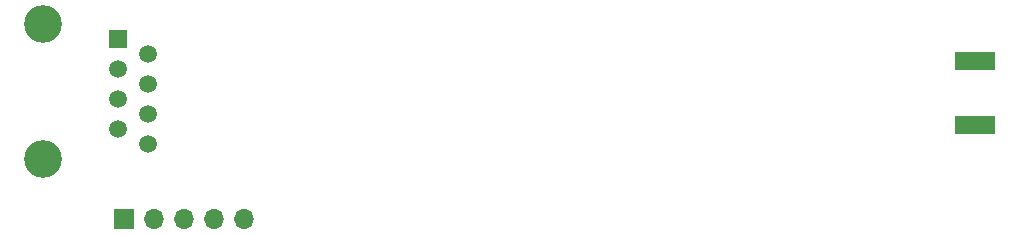
<source format=gbr>
%TF.GenerationSoftware,KiCad,Pcbnew,7.0.5-0*%
%TF.CreationDate,2024-01-25T09:03:24-08:00*%
%TF.ProjectId,transponder-11.9.0,7472616e-7370-46f6-9e64-65722d31312e,rev?*%
%TF.SameCoordinates,Original*%
%TF.FileFunction,Soldermask,Bot*%
%TF.FilePolarity,Negative*%
%FSLAX46Y46*%
G04 Gerber Fmt 4.6, Leading zero omitted, Abs format (unit mm)*
G04 Created by KiCad (PCBNEW 7.0.5-0) date 2024-01-25 09:03:24*
%MOMM*%
%LPD*%
G01*
G04 APERTURE LIST*
%ADD10R,1.700000X1.700000*%
%ADD11O,1.700000X1.700000*%
%ADD12C,3.200000*%
%ADD13R,1.500000X1.500000*%
%ADD14C,1.500000*%
%ADD15R,3.500000X1.500000*%
G04 APERTURE END LIST*
D10*
%TO.C,J2*%
X117325000Y-111900000D03*
D11*
X119865000Y-111900000D03*
X122405000Y-111900000D03*
X124945000Y-111900000D03*
X127485000Y-111900000D03*
%TD*%
D12*
%TO.C,J1*%
X110500000Y-95380000D03*
X110500000Y-106810000D03*
D13*
X116850000Y-96650000D03*
D14*
X119390000Y-97920000D03*
X116850000Y-99190000D03*
X119390000Y-100460000D03*
X116850000Y-101730000D03*
X119390000Y-103000000D03*
X116850000Y-104270000D03*
X119390000Y-105540000D03*
%TD*%
D15*
%TO.C,J3*%
X189427500Y-103900000D03*
X189427500Y-98500000D03*
%TD*%
M02*

</source>
